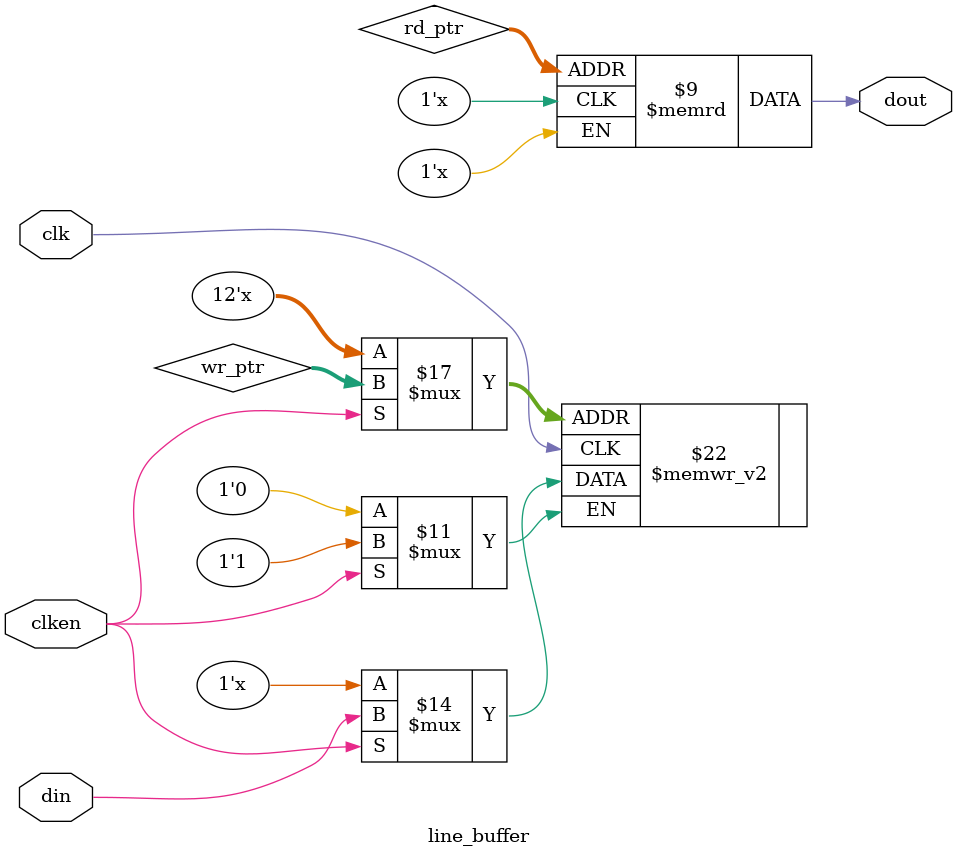
<source format=v>
`default_nettype none

module line_buffer #(
    parameter DEPTH = 2048
)(
    input wire clk,
    input wire clken,
    input wire din,
    output wire dout
);
    // Inferred BRAM or DistRAM
    reg [0:0] memory [0:DEPTH-1];
    reg [10:0] ptr; // Assuming max 2048
    
    // Read-modify-write or just simple delay
    // We want a delay of exactly 'width'
    // But 'width' is variable per input file.
    // So we need a variable delay FIFO.
    // Actually, simplest is a fixed max size circular buffer with a read pointer = (write_pointer - width).
    // Or just a standard FIFO where we read and write at same rate once full?
    // The width is defined by the NEWLINES.
    
    // Alternative: We don't use fixed DEPTH. We use the 'valid' signal and dynamic addressing.
    // But for simplicity in this puzzle, let's assume a max width and use a pointer logic found by first Pass?
    // No, single pass.
    
    // We can use a standard FIFO.
    // Write at head, read at tail.
    // But we need to know WHEN to read. We read when we wrap a line.
    // Actually, simply:
    // We write every valid char.
    // We read every valid char.
    // BUT the data coming out must correspond to the pixel exactly one row above.
    // So if the row width is W, the FIFO depth is W.
    // We need to Detect W first? Or can we treat W as dynamic?
    
    // Dynamic W approach:
    // Store data. Don't read until we hit the first '\n'.
    // Then 'locked_width' = count.
    // Then we start reading.
    
    reg [11:0] wr_ptr;
    reg [11:0] rd_ptr;
    reg [11:0] recorded_width;
    reg width_locked;
    reg [11:0] current_count;

    always @(posedge clk) begin
        if (clken) begin
             memory[wr_ptr] <= din;
        end
    end
    
    assign dout = memory[rd_ptr];
    
    // Interface logic handled in parent
    
endmodule

</source>
